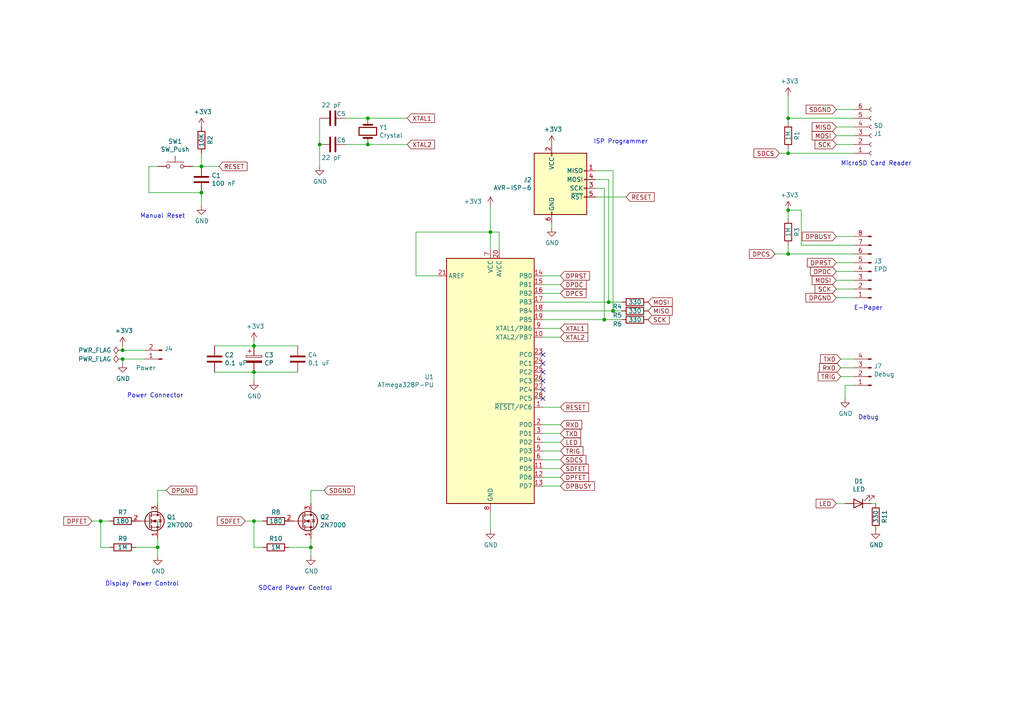
<source format=kicad_sch>
(kicad_sch (version 20211123) (generator eeschema)
  (paper "A4")
  (title_block (title "EInkPicFrame") (date "2021-12-08") (rev "1.0") (comment 1 "Haju Schulz"))
  (lib_symbols
    (symbol "Connector:AVR-ISP-6" (pin_names (offset 1.016))
      (property "Reference" "J" (at -6.35 11.43 0))
      (property "Value" "AVR-ISP-6" (at 0 11.43 0))
      (symbol "AVR-ISP-6_0_1"
        (rectangle (start -2.667 -6.858) (end -2.413 -7.62))
        (rectangle (start -2.667 10.16) (end -2.413 9.398))
        (rectangle (start 7.62 -2.413) (end 6.858 -2.667))
        (rectangle (start 7.62 0.127) (end 6.858 -0.127))
        (rectangle (start 7.62 2.667) (end 6.858 2.413))
        (rectangle (start 7.62 5.207) (end 6.858 4.953))
        (rectangle (start 7.62 10.16) (end -7.62 -7.62) (stroke (width 0.254)) (fill (type background)))
      )
      (symbol "AVR-ISP-6_1_1"
        (pin passive line (at 10.16 5.08 180) (length 2.54) (name "MISO") (number "1"))
        (pin passive line (at -2.54 12.7 270) (length 2.54) (name "VCC") (number "2"))
        (pin passive line (at 10.16 0 180) (length 2.54) (name "SCK") (number "3"))
        (pin passive line (at 10.16 2.54 180) (length 2.54) (name "MOSI") (number "4"))
        (pin passive line (at 10.16 -2.54 180) (length 2.54) (name "~{RST}") (number "5"))
        (pin passive line (at -2.54 -10.16 90) (length 2.54) (name "GND") (number "6"))
      )
    )
    (symbol "Connector:Conn_01x02_Male" (pin_names (offset 1.016) hide)
      (property "Reference" "J" (at 0 2.54 0))
      (property "Value" "Conn_01x02_Male" (at 0 -5.08 0))
      (symbol "Conn_01x02_Male_1_1"
        (polyline (pts (xy 1.27 -2.54) (xy 0.8636 -2.54)) (stroke (width 0.1524)))
        (polyline (pts (xy 1.27 0) (xy 0.8636 0)) (stroke (width 0.1524)))
        (rectangle (start 0.8636 -2.413) (end 0 -2.667) (stroke (width 0.1524)) (fill (type outline)))
        (rectangle (start 0.8636 0.127) (end 0 -0.127) (stroke (width 0.1524)) (fill (type outline)))
        (pin passive line (at 5.08 0 180) (length 3.81) (name "Pin_1") (number "1"))
        (pin passive line (at 5.08 -2.54 180) (length 3.81) (name "Pin_2") (number "2"))
      )
    )
    (symbol "Connector:Conn_01x04_Male" (pin_names (offset 1.016) hide)
      (property "Reference" "J" (at 0 5.08 0))
      (property "Value" "Conn_01x04_Male" (at 0 -7.62 0))
      (symbol "Conn_01x04_Male_1_1"
        (polyline (pts (xy 1.27 -5.08) (xy 0.8636 -5.08)) (stroke (width 0.1524)))
        (polyline (pts (xy 1.27 -2.54) (xy 0.8636 -2.54)) (stroke (width 0.1524)))
        (polyline (pts (xy 1.27 0) (xy 0.8636 0)) (stroke (width 0.1524)))
        (polyline (pts (xy 1.27 2.54) (xy 0.8636 2.54)) (stroke (width 0.1524)))
        (rectangle (start 0.8636 -4.953) (end 0 -5.207) (stroke (width 0.1524)) (fill (type outline)))
        (rectangle (start 0.8636 -2.413) (end 0 -2.667) (stroke (width 0.1524)) (fill (type outline)))
        (rectangle (start 0.8636 0.127) (end 0 -0.127) (stroke (width 0.1524)) (fill (type outline)))
        (rectangle (start 0.8636 2.667) (end 0 2.413) (stroke (width 0.1524)) (fill (type outline)))
        (pin passive line (at 5.08 2.54 180) (length 3.81) (name "Pin_1") (number "1"))
        (pin passive line (at 5.08 0 180) (length 3.81) (name "Pin_2") (number "2"))
        (pin passive line (at 5.08 -2.54 180) (length 3.81) (name "Pin_3") (number "3"))
        (pin passive line (at 5.08 -5.08 180) (length 3.81) (name "Pin_4") (number "4"))
      )
    )
    (symbol "Connector:Conn_01x06_Female" (pin_names (offset 1.016) hide)
      (property "Reference" "J" (at 0 7.62 0))
      (property "Value" "Conn_01x06_Female" (at 0 -10.16 0))
      (symbol "Conn_01x06_Female_1_1"
        (arc (start 0 -7.112) (mid -0.508 -7.62) (end 0 -8.128) (stroke (width 0.1524)))
        (arc (start 0 -4.572) (mid -0.508 -5.08) (end 0 -5.588) (stroke (width 0.1524)))
        (arc (start 0 -2.032) (mid -0.508 -2.54) (end 0 -3.048) (stroke (width 0.1524)))
        (polyline (pts (xy -1.27 -7.62) (xy -0.508 -7.62)) (stroke (width 0.1524)))
        (polyline (pts (xy -1.27 -5.08) (xy -0.508 -5.08)) (stroke (width 0.1524)))
        (polyline (pts (xy -1.27 -2.54) (xy -0.508 -2.54)) (stroke (width 0.1524)))
        (polyline (pts (xy -1.27 0) (xy -0.508 0)) (stroke (width 0.1524)))
        (polyline (pts (xy -1.27 2.54) (xy -0.508 2.54)) (stroke (width 0.1524)))
        (polyline (pts (xy -1.27 5.08) (xy -0.508 5.08)) (stroke (width 0.1524)))
        (arc (start 0 0.508) (mid -0.508 0) (end 0 -0.508) (stroke (width 0.1524)))
        (arc (start 0 3.048) (mid -0.508 2.54) (end 0 2.032) (stroke (width 0.1524)))
        (arc (start 0 5.588) (mid -0.508 5.08) (end 0 4.572) (stroke (width 0.1524)))
        (pin passive line (at -5.08 5.08 0) (length 3.81) (name "Pin_1") (number "1"))
        (pin passive line (at -5.08 2.54 0) (length 3.81) (name "Pin_2") (number "2"))
        (pin passive line (at -5.08 0 0) (length 3.81) (name "Pin_3") (number "3"))
        (pin passive line (at -5.08 -2.54 0) (length 3.81) (name "Pin_4") (number "4"))
        (pin passive line (at -5.08 -5.08 0) (length 3.81) (name "Pin_5") (number "5"))
        (pin passive line (at -5.08 -7.62 0) (length 3.81) (name "Pin_6") (number "6"))
      )
    )
    (symbol "Connector:Conn_01x08_Male" (pin_names (offset 1.016) hide)
      (property "Reference" "J" (at 0 10.16 0))
      (property "Value" "Conn_01x08_Male" (at 0 -12.7 0))
      (symbol "Conn_01x08_Male_1_1"
        (polyline (pts (xy 1.27 -10.16) (xy 0.8636 -10.16)) (stroke (width 0.1524)))
        (polyline (pts (xy 1.27 -7.62) (xy 0.8636 -7.62)) (stroke (width 0.1524)))
        (polyline (pts (xy 1.27 -5.08) (xy 0.8636 -5.08)) (stroke (width 0.1524)))
        (polyline (pts (xy 1.27 -2.54) (xy 0.8636 -2.54)) (stroke (width 0.1524)))
        (polyline (pts (xy 1.27 0) (xy 0.8636 0)) (stroke (width 0.1524)))
        (polyline (pts (xy 1.27 2.54) (xy 0.8636 2.54)) (stroke (width 0.1524)))
        (polyline (pts (xy 1.27 5.08) (xy 0.8636 5.08)) (stroke (width 0.1524)))
        (polyline (pts (xy 1.27 7.62) (xy 0.8636 7.62)) (stroke (width 0.1524)))
        (rectangle (start 0.8636 -10.033) (end 0 -10.287) (stroke (width 0.1524)) (fill (type outline)))
        (rectangle (start 0.8636 -7.493) (end 0 -7.747) (stroke (width 0.1524)) (fill (type outline)))
        (rectangle (start 0.8636 -4.953) (end 0 -5.207) (stroke (width 0.1524)) (fill (type outline)))
        (rectangle (start 0.8636 -2.413) (end 0 -2.667) (stroke (width 0.1524)) (fill (type outline)))
        (rectangle (start 0.8636 0.127) (end 0 -0.127) (stroke (width 0.1524)) (fill (type outline)))
        (rectangle (start 0.8636 2.667) (end 0 2.413) (stroke (width 0.1524)) (fill (type outline)))
        (rectangle (start 0.8636 5.207) (end 0 4.953) (stroke (width 0.1524)) (fill (type outline)))
        (rectangle (start 0.8636 7.747) (end 0 7.493) (stroke (width 0.1524)) (fill (type outline)))
        (pin passive line (at 5.08 7.62 180) (length 3.81) (name "Pin_1") (number "1"))
        (pin passive line (at 5.08 5.08 180) (length 3.81) (name "Pin_2") (number "2"))
        (pin passive line (at 5.08 2.54 180) (length 3.81) (name "Pin_3") (number "3"))
        (pin passive line (at 5.08 0 180) (length 3.81) (name "Pin_4") (number "4"))
        (pin passive line (at 5.08 -2.54 180) (length 3.81) (name "Pin_5") (number "5"))
        (pin passive line (at 5.08 -5.08 180) (length 3.81) (name "Pin_6") (number "6"))
        (pin passive line (at 5.08 -7.62 180) (length 3.81) (name "Pin_7") (number "7"))
        (pin passive line (at 5.08 -10.16 180) (length 3.81) (name "Pin_8") (number "8"))
      )
    )
    (symbol "Device:C" (pin_numbers hide) (pin_names (offset 0.254))
      (property "Reference" "C" (at 0.635 2.54 0))
      (property "Value" "C" (at 0.635 -2.54 0))
      (symbol "C_0_1"
        (polyline (pts (xy -2.032 -0.762) (xy 2.032 -0.762)) (stroke (width 0.508)))
        (polyline (pts (xy -2.032 0.762) (xy 2.032 0.762)) (stroke (width 0.508)))
      )
      (symbol "C_1_1"
        (pin passive line (at 0 3.81 270) (length 2.794) (name "~") (number "1"))
        (pin passive line (at 0 -3.81 90) (length 2.794) (name "~") (number "2"))
      )
    )
    (symbol "Device:CP" (pin_numbers hide) (pin_names (offset 0.254))
      (property "Reference" "C" (at 0.635 2.54 0))
      (property "Value" "Device_CP" (at 0.635 -2.54 0))
      (symbol "CP_0_1"
        (rectangle (start -2.286 0.508) (end 2.286 1.016))
        (polyline (pts (xy -1.778 2.286) (xy -0.762 2.286)))
        (polyline (pts (xy -1.27 2.794) (xy -1.27 1.778)))
        (rectangle (start 2.286 -0.508) (end -2.286 -1.016) (fill (type outline)))
      )
      (symbol "CP_1_1"
        (pin passive line (at 0 3.81 270) (length 2.794) (name "~") (number "1"))
        (pin passive line (at 0 -3.81 90) (length 2.794) (name "~") (number "2"))
      )
    )
    (symbol "Device:Crystal" (pin_numbers hide) (pin_names (offset 1.016) hide)
      (property "Reference" "Y" (at 0 3.81 0))
      (property "Value" "Crystal" (at 0 -3.81 0))
      (symbol "Crystal_0_1"
        (rectangle (start -1.143 2.54) (end 1.143 -2.54) (stroke (width 0.3048)))
        (polyline (pts (xy -2.54 0) (xy -1.905 0)))
        (polyline (pts (xy -1.905 -1.27) (xy -1.905 1.27)) (stroke (width 0.508)))
        (polyline (pts (xy 1.905 -1.27) (xy 1.905 1.27)) (stroke (width 0.508)))
        (polyline (pts (xy 2.54 0) (xy 1.905 0)))
      )
      (symbol "Crystal_1_1"
        (pin passive line (at -3.81 0 0) (length 1.27) (name "1") (number "1"))
        (pin passive line (at 3.81 0 180) (length 1.27) (name "2") (number "2"))
      )
    )
    (symbol "Device:LED" (pin_numbers hide) (pin_names (offset 1.016) hide)
      (property "Reference" "D" (at 0 2.54 0))
      (property "Value" "LED" (at 0 -2.54 0))
      (symbol "LED_0_1"
        (polyline (pts (xy -1.27 -1.27) (xy -1.27 1.27)) (stroke (width 0.254)))
        (polyline (pts (xy -1.27 0) (xy 1.27 0)))
        (polyline (pts (xy 1.27 -1.27) (xy 1.27 1.27) (xy -1.27 0) (xy 1.27 -1.27)) (stroke (width 0.254)))
        (polyline (pts (xy -3.048 -0.762) (xy -4.572 -2.286) (xy -3.81 -2.286) (xy -4.572 -2.286) (xy -4.572 -1.524)))
        (polyline (pts (xy -1.778 -0.762) (xy -3.302 -2.286) (xy -2.54 -2.286) (xy -3.302 -2.286) (xy -3.302 -1.524)))
      )
      (symbol "LED_1_1"
        (pin passive line (at -3.81 0 0) (length 2.54) (name "K") (number "1"))
        (pin passive line (at 3.81 0 180) (length 2.54) (name "A") (number "2"))
      )
    )
    (symbol "Device:R" (pin_numbers hide) (pin_names (offset 0))
      (property "Reference" "R" (at 2.032 0 90))
      (property "Value" "R" (at 0 0 90))
      (symbol "R_0_1"
        (rectangle (start -1.016 -2.54) (end 1.016 2.54) (stroke (width 0.254)))
      )
      (symbol "R_1_1"
        (pin passive line (at 0 3.81 270) (length 1.27) (name "~") (number "1"))
        (pin passive line (at 0 -3.81 90) (length 1.27) (name "~") (number "2"))
      )
    )
    (symbol "MCU_Microchip_ATmega:ATmega328P-PU"
      (property "Reference" "U" (at -12.7 36.83 0))
      (property "Value" "MCU_Microchip_ATmega_ATmega328P-PU" (at 2.54 -36.83 0))
      (symbol "ATmega328P-PU_0_1"
        (rectangle (start -12.7 -35.56) (end 12.7 35.56) (stroke (width 0.254)) (fill (type background)))
      )
      (symbol "ATmega328P-PU_1_1"
        (pin bidirectional line (at 15.24 -7.62 180) (length 2.54) (name "~{RESET}/PC6") (number "1"))
        (pin bidirectional line (at 15.24 12.7 180) (length 2.54) (name "XTAL2/PB7") (number "10"))
        (pin bidirectional line (at 15.24 -25.4 180) (length 2.54) (name "PD5") (number "11"))
        (pin bidirectional line (at 15.24 -27.94 180) (length 2.54) (name "PD6") (number "12"))
        (pin bidirectional line (at 15.24 -30.48 180) (length 2.54) (name "PD7") (number "13"))
        (pin bidirectional line (at 15.24 30.48 180) (length 2.54) (name "PB0") (number "14"))
        (pin bidirectional line (at 15.24 27.94 180) (length 2.54) (name "PB1") (number "15"))
        (pin bidirectional line (at 15.24 25.4 180) (length 2.54) (name "PB2") (number "16"))
        (pin bidirectional line (at 15.24 22.86 180) (length 2.54) (name "PB3") (number "17"))
        (pin bidirectional line (at 15.24 20.32 180) (length 2.54) (name "PB4") (number "18"))
        (pin bidirectional line (at 15.24 17.78 180) (length 2.54) (name "PB5") (number "19"))
        (pin bidirectional line (at 15.24 -12.7 180) (length 2.54) (name "PD0") (number "2"))
        (pin power_in line (at 2.54 38.1 270) (length 2.54) (name "AVCC") (number "20"))
        (pin passive line (at -15.24 30.48 0) (length 2.54) (name "AREF") (number "21"))
        (pin passive line (at 0 -38.1 90) (length 2.54) hide (name "GND") (number "22"))
        (pin bidirectional line (at 15.24 7.62 180) (length 2.54) (name "PC0") (number "23"))
        (pin bidirectional line (at 15.24 5.08 180) (length 2.54) (name "PC1") (number "24"))
        (pin bidirectional line (at 15.24 2.54 180) (length 2.54) (name "PC2") (number "25"))
        (pin bidirectional line (at 15.24 0 180) (length 2.54) (name "PC3") (number "26"))
        (pin bidirectional line (at 15.24 -2.54 180) (length 2.54) (name "PC4") (number "27"))
        (pin bidirectional line (at 15.24 -5.08 180) (length 2.54) (name "PC5") (number "28"))
        (pin bidirectional line (at 15.24 -15.24 180) (length 2.54) (name "PD1") (number "3"))
        (pin bidirectional line (at 15.24 -17.78 180) (length 2.54) (name "PD2") (number "4"))
        (pin bidirectional line (at 15.24 -20.32 180) (length 2.54) (name "PD3") (number "5"))
        (pin bidirectional line (at 15.24 -22.86 180) (length 2.54) (name "PD4") (number "6"))
        (pin power_in line (at 0 38.1 270) (length 2.54) (name "VCC") (number "7"))
        (pin power_in line (at 0 -38.1 90) (length 2.54) (name "GND") (number "8"))
        (pin bidirectional line (at 15.24 15.24 180) (length 2.54) (name "XTAL1/PB6") (number "9"))
      )
    )
    (symbol "Switch:SW_Push" (pin_numbers hide) (pin_names (offset 1.016) hide)
      (property "Reference" "SW" (at 1.27 2.54 0))
      (property "Value" "SW_Push" (at 0 -1.524 0))
      (symbol "SW_Push_0_1"
        (circle (center -2.032 0) (radius 0.508))
        (polyline (pts (xy 0 1.27) (xy 0 3.048)))
        (polyline (pts (xy 2.54 1.27) (xy -2.54 1.27)))
        (circle (center 2.032 0) (radius 0.508))
        (pin passive line (at -5.08 0 0) (length 2.54) (name "1") (number "1"))
        (pin passive line (at 5.08 0 180) (length 2.54) (name "2") (number "2"))
      )
    )
    (symbol "Transistor_FET:2N7000" (pin_names hide)
      (property "Reference" "Q" (at 5.08 1.905 0))
      (property "Value" "2N7000" (at 5.08 0 0))
      (symbol "2N7000_0_1"
        (polyline (pts (xy 0.254 0) (xy -2.54 0)))
        (polyline (pts (xy 0.254 1.905) (xy 0.254 -1.905)) (stroke (width 0.254)))
        (polyline (pts (xy 0.762 -1.27) (xy 0.762 -2.286)) (stroke (width 0.254)))
        (polyline (pts (xy 0.762 0.508) (xy 0.762 -0.508)) (stroke (width 0.254)))
        (polyline (pts (xy 0.762 2.286) (xy 0.762 1.27)) (stroke (width 0.254)))
        (polyline (pts (xy 2.54 2.54) (xy 2.54 1.778)))
        (polyline (pts (xy 2.54 -2.54) (xy 2.54 0) (xy 0.762 0)))
        (polyline (pts (xy 0.762 -1.778) (xy 3.302 -1.778) (xy 3.302 1.778) (xy 0.762 1.778)))
        (polyline (pts (xy 1.016 0) (xy 2.032 0.381) (xy 2.032 -0.381) (xy 1.016 0)) (fill (type outline)))
        (polyline (pts (xy 2.794 0.508) (xy 2.921 0.381) (xy 3.683 0.381) (xy 3.81 0.254)))
        (polyline (pts (xy 3.302 0.381) (xy 2.921 -0.254) (xy 3.683 -0.254) (xy 3.302 0.381)))
        (circle (center 1.651 0) (radius 2.794) (stroke (width 0.254)))
        (circle (center 2.54 -1.778) (radius 0.254) (fill (type outline)))
        (circle (center 2.54 1.778) (radius 0.254) (fill (type outline)))
      )
      (symbol "2N7000_1_1"
        (pin passive line (at 2.54 -5.08 90) (length 2.54) (name "S") (number "1"))
        (pin input line (at -5.08 0 0) (length 2.54) (name "G") (number "2"))
        (pin passive line (at 2.54 5.08 270) (length 2.54) (name "D") (number "3"))
      )
    )
    (symbol "power:+3.3V" (power) (pin_names (offset 0))
      (property "Value" "+3.3V" (at 0 3.556 0))
      (symbol "+3.3V_0_1"
        (polyline (pts (xy -0.762 1.27) (xy 0 2.54)))
        (polyline (pts (xy 0 0) (xy 0 2.54)))
        (polyline (pts (xy 0 2.54) (xy 0.762 1.27)))
      )
      (symbol "+3.3V_1_1"
        (pin power_in line (at 0 0 90) (length 0) hide (name "+3V3") (number "1"))
      )
    )
    (symbol "power:GND" (power) (pin_names (offset 0))
      (property "Value" "GND" (at 0 -3.81 0))
      (symbol "GND_0_1"
        (polyline (pts (xy 0 0) (xy 0 -1.27) (xy 1.27 -1.27) (xy 0 -2.54) (xy -1.27 -1.27) (xy 0 -1.27)))
      )
      (symbol "GND_1_1"
        (pin power_in line (at 0 0 270) (length 0) hide (name "GND") (number "1"))
      )
    )
    (symbol "power:PWR_FLAG" (power) (pin_numbers hide) (pin_names (offset 0) hide)
      (property "Value" "PWR_FLAG" (at 0 3.81 0))
      (symbol "PWR_FLAG_0_0"
        (pin power_out line (at 0 0 90) (length 0) (name "pwr") (number "1"))
      )
      (symbol "PWR_FLAG_0_1"
        (polyline (pts (xy 0 0) (xy 0 1.27) (xy -1.016 1.905) (xy 0 2.54) (xy 1.016 1.905) (xy 0 1.27)))
      )
    )
  )
  (junction (at 228.6 34.29))
  (junction (at 29.21 151.13))
  (junction (at 92.71 41.91))
  (junction (at 175.26 92.71))
  (junction (at 228.6 73.66))
  (junction (at 45.72 158.75))
  (junction (at 35.56 104.14))
  (junction (at 58.42 55.88))
  (junction (at 228.6 44.45))
  (junction (at 176.53 87.63))
  (junction (at 35.56 101.6))
  (junction (at 142.24 67.31))
  (junction (at 90.17 158.75))
  (junction (at 73.66 107.95))
  (junction (at 177.8 90.17))
  (junction (at 73.66 151.13))
  (junction (at 58.42 48.26))
  (junction (at 228.6 60.96))
  (junction (at 106.68 41.91))
  (junction (at 106.68 34.29))
  (junction (at 73.66 100.33))
  (no_connect (at 157.48 102.87))
  (no_connect (at 157.48 107.95))
  (no_connect (at 157.48 115.57))
  (no_connect (at 157.48 113.03))
  (no_connect (at 157.48 110.49))
  (no_connect (at 157.48 105.41))
  (wire (pts (xy 35.56 100.33) (xy 35.56 101.6)))
  (wire (pts (xy 176.53 52.07) (xy 176.53 87.63)))
  (wire (pts (xy 157.48 123.19) (xy 162.56 123.19)))
  (wire (pts (xy 45.72 158.75) (xy 45.72 161.29)))
  (wire (pts (xy 177.8 90.17) (xy 180.34 90.17)))
  (wire (pts (xy 228.6 34.29) (xy 247.65 34.29)))
  (wire (pts (xy 76.2 158.75) (xy 73.66 158.75)))
  (wire (pts (xy 232.41 71.12) (xy 232.41 60.96)))
  (wire (pts (xy 162.56 85.09) (xy 157.48 85.09)))
  (wire (pts (xy 29.21 151.13) (xy 31.75 151.13)))
  (wire (pts (xy 73.66 100.33) (xy 86.36 100.33)))
  (wire (pts (xy 157.48 128.27) (xy 162.56 128.27)))
  (wire (pts (xy 242.57 41.91) (xy 247.65 41.91)))
  (wire (pts (xy 172.72 49.53) (xy 177.8 49.53)))
  (wire (pts (xy 55.88 48.26) (xy 58.42 48.26)))
  (wire (pts (xy 71.12 151.13) (xy 73.66 151.13)))
  (wire (pts (xy 242.57 86.36) (xy 247.65 86.36)))
  (wire (pts (xy 243.84 104.14) (xy 247.65 104.14)))
  (wire (pts (xy 160.02 66.04) (xy 160.02 64.77)))
  (wire (pts (xy 157.48 125.73) (xy 162.56 125.73)))
  (wire (pts (xy 73.66 99.06) (xy 73.66 100.33)))
  (wire (pts (xy 92.71 34.29) (xy 92.71 41.91)))
  (wire (pts (xy 39.37 158.75) (xy 45.72 158.75)))
  (wire (pts (xy 245.11 115.57) (xy 245.11 111.76)))
  (wire (pts (xy 100.33 34.29) (xy 106.68 34.29)))
  (wire (pts (xy 82.55 151.13) (xy 83.82 151.13)))
  (wire (pts (xy 73.66 110.49) (xy 73.66 107.95)))
  (wire (pts (xy 90.17 158.75) (xy 90.17 161.29)))
  (wire (pts (xy 142.24 153.67) (xy 142.24 148.59)))
  (wire (pts (xy 35.56 105.41) (xy 35.56 104.14)))
  (wire (pts (xy 228.6 71.12) (xy 228.6 73.66)))
  (wire (pts (xy 252.73 146.05) (xy 254 146.05)))
  (wire (pts (xy 62.23 100.33) (xy 73.66 100.33)))
  (wire (pts (xy 177.8 49.53) (xy 177.8 90.17)))
  (wire (pts (xy 228.6 35.56) (xy 228.6 34.29)))
  (wire (pts (xy 157.48 95.25) (xy 162.56 95.25)))
  (wire (pts (xy 43.18 55.88) (xy 58.42 55.88)))
  (wire (pts (xy 176.53 87.63) (xy 180.34 87.63)))
  (wire (pts (xy 106.68 41.91) (xy 118.11 41.91)))
  (wire (pts (xy 43.18 48.26) (xy 45.72 48.26)))
  (wire (pts (xy 100.33 41.91) (xy 106.68 41.91)))
  (wire (pts (xy 144.78 67.31) (xy 142.24 67.31)))
  (wire (pts (xy 127 80.01) (xy 120.65 80.01)))
  (wire (pts (xy 157.48 138.43) (xy 162.56 138.43)))
  (wire (pts (xy 35.56 101.6) (xy 41.91 101.6)))
  (wire (pts (xy 228.6 27.94) (xy 228.6 34.29)))
  (wire (pts (xy 172.72 57.15) (xy 181.61 57.15)))
  (wire (pts (xy 157.48 97.79) (xy 162.56 97.79)))
  (wire (pts (xy 242.57 39.37) (xy 247.65 39.37)))
  (wire (pts (xy 142.24 72.39) (xy 142.24 67.31)))
  (wire (pts (xy 243.84 106.68) (xy 247.65 106.68)))
  (wire (pts (xy 106.68 40.64) (xy 106.68 41.91)))
  (wire (pts (xy 31.75 158.75) (xy 29.21 158.75)))
  (wire (pts (xy 106.68 34.29) (xy 118.11 34.29)))
  (wire (pts (xy 243.84 109.22) (xy 247.65 109.22)))
  (wire (pts (xy 162.56 82.55) (xy 157.48 82.55)))
  (wire (pts (xy 162.56 80.01) (xy 157.48 80.01)))
  (wire (pts (xy 172.72 54.61) (xy 175.26 54.61)))
  (wire (pts (xy 38.1 151.13) (xy 39.37 151.13)))
  (wire (pts (xy 45.72 156.21) (xy 45.72 158.75)))
  (wire (pts (xy 58.42 55.88) (xy 58.42 59.69)))
  (wire (pts (xy 242.57 83.82) (xy 247.65 83.82)))
  (wire (pts (xy 172.72 52.07) (xy 176.53 52.07)))
  (wire (pts (xy 83.82 158.75) (xy 90.17 158.75)))
  (wire (pts (xy 73.66 158.75) (xy 73.66 151.13)))
  (wire (pts (xy 144.78 67.31) (xy 144.78 72.39)))
  (wire (pts (xy 228.6 44.45) (xy 247.65 44.45)))
  (wire (pts (xy 142.24 67.31) (xy 142.24 59.69)))
  (wire (pts (xy 175.26 54.61) (xy 175.26 92.71)))
  (wire (pts (xy 90.17 146.05) (xy 90.17 142.24)))
  (wire (pts (xy 242.57 36.83) (xy 247.65 36.83)))
  (wire (pts (xy 120.65 80.01) (xy 120.65 67.31)))
  (wire (pts (xy 226.06 44.45) (xy 228.6 44.45)))
  (wire (pts (xy 90.17 158.75) (xy 90.17 156.21)))
  (wire (pts (xy 26.67 151.13) (xy 29.21 151.13)))
  (wire (pts (xy 245.11 111.76) (xy 247.65 111.76)))
  (wire (pts (xy 232.41 60.96) (xy 228.6 60.96)))
  (wire (pts (xy 35.56 104.14) (xy 41.91 104.14)))
  (wire (pts (xy 45.72 146.05) (xy 45.72 142.24)))
  (wire (pts (xy 175.26 92.71) (xy 180.34 92.71)))
  (wire (pts (xy 45.72 142.24) (xy 48.26 142.24)))
  (wire (pts (xy 162.56 140.97) (xy 157.48 140.97)))
  (wire (pts (xy 43.18 48.26) (xy 43.18 55.88)))
  (wire (pts (xy 157.48 87.63) (xy 176.53 87.63)))
  (wire (pts (xy 228.6 43.18) (xy 228.6 44.45)))
  (wire (pts (xy 157.48 118.11) (xy 162.56 118.11)))
  (wire (pts (xy 242.57 78.74) (xy 247.65 78.74)))
  (wire (pts (xy 120.65 67.31) (xy 142.24 67.31)))
  (wire (pts (xy 228.6 63.5) (xy 228.6 60.96)))
  (wire (pts (xy 73.66 107.95) (xy 86.36 107.95)))
  (wire (pts (xy 157.48 92.71) (xy 175.26 92.71)))
  (wire (pts (xy 58.42 48.26) (xy 58.42 44.45)))
  (wire (pts (xy 242.57 76.2) (xy 247.65 76.2)))
  (wire (pts (xy 62.23 107.95) (xy 73.66 107.95)))
  (wire (pts (xy 73.66 151.13) (xy 76.2 151.13)))
  (wire (pts (xy 242.57 31.75) (xy 247.65 31.75)))
  (wire (pts (xy 29.21 158.75) (xy 29.21 151.13)))
  (wire (pts (xy 242.57 68.58) (xy 247.65 68.58)))
  (wire (pts (xy 157.48 135.89) (xy 162.56 135.89)))
  (wire (pts (xy 157.48 130.81) (xy 162.56 130.81)))
  (wire (pts (xy 232.41 71.12) (xy 247.65 71.12)))
  (wire (pts (xy 157.48 133.35) (xy 162.56 133.35)))
  (wire (pts (xy 157.48 90.17) (xy 177.8 90.17)))
  (wire (pts (xy 242.57 81.28) (xy 247.65 81.28)))
  (wire (pts (xy 224.79 73.66) (xy 228.6 73.66)))
  (wire (pts (xy 92.71 48.26) (xy 92.71 41.91)))
  (wire (pts (xy 58.42 48.26) (xy 63.5 48.26)))
  (wire (pts (xy 90.17 142.24) (xy 93.98 142.24)))
  (wire (pts (xy 228.6 73.66) (xy 247.65 73.66)))
  (wire (pts (xy 242.57 146.05) (xy 245.11 146.05)))
  (text "MicroSD Card Reader" (at 243.84 48.26 0) (effects (font (size 1.27 1.27)) (justify left bottom)))
  (text "SDCard Power Control" (at 74.93 171.45 0) (effects (font (size 1.27 1.27)) (justify left bottom)))
  (text "E-Paper" (at 247.65 90.17 0) (effects (font (size 1.27 1.27)) (justify left bottom)))
  (text "Debug" (at 248.92 121.92 0) (effects (font (size 1.27 1.27)) (justify left bottom)))
  (text "Manual Reset" (at 40.64 63.5 0) (effects (font (size 1.27 1.27)) (justify left bottom)))
  (text "ISP Programmer" (at 187.96 41.91 180) (effects (font (size 1.27 1.27)) (justify right bottom)))
  (text "Display Power Control" (at 30.48 170.18 0) (effects (font (size 1.27 1.27)) (justify left bottom)))
  (text "Power Connector\n" (at 36.83 115.57 0) (effects (font (size 1.27 1.27)) (justify left bottom)))
  (global_label "MOSI" (shape input) (at 242.57 39.37 180) (property "Intersheet References" "${INTERSHEET_REFS}" (effects hide)))
  (global_label "MISO" (shape input) (at 187.96 90.17 0) (property "Intersheet References" "${INTERSHEET_REFS}" (effects hide)))
  (global_label "TXD" (shape input) (at 243.84 104.14 180) (property "Intersheet References" "${INTERSHEET_REFS}" (effects hide)))
  (global_label "DPRST" (shape input) (at 242.57 76.2 180) (property "Intersheet References" "${INTERSHEET_REFS}" (effects hide)))
  (global_label "RESET" (shape input) (at 63.5 48.26 0) (property "Intersheet References" "${INTERSHEET_REFS}" (effects hide)))
  (global_label "SDCS" (shape input) (at 162.56 133.35 0) (property "Intersheet References" "${INTERSHEET_REFS}" (effects hide)))
  (global_label "RESET" (shape input) (at 162.56 118.11 0) (property "Intersheet References" "${INTERSHEET_REFS}" (effects hide)))
  (global_label "RXD" (shape input) (at 162.56 123.19 0) (property "Intersheet References" "${INTERSHEET_REFS}" (effects hide)))
  (global_label "DPRST" (shape input) (at 162.56 80.01 0) (property "Intersheet References" "${INTERSHEET_REFS}" (effects hide)))
  (global_label "DPGND" (shape input) (at 242.57 86.36 180) (property "Intersheet References" "${INTERSHEET_REFS}" (effects hide)))
  (global_label "XTAL1" (shape input) (at 162.56 95.25 0) (property "Intersheet References" "${INTERSHEET_REFS}" (effects hide)))
  (global_label "DPFET" (shape input) (at 26.67 151.13 180) (property "Intersheet References" "${INTERSHEET_REFS}" (effects hide)))
  (global_label "SDGND" (shape input) (at 242.57 31.75 180) (property "Intersheet References" "${INTERSHEET_REFS}" (effects hide)))
  (global_label "RESET" (shape input) (at 181.61 57.15 0) (property "Intersheet References" "${INTERSHEET_REFS}" (effects hide)))
  (global_label "DPFET" (shape input) (at 162.56 138.43 0) (property "Intersheet References" "${INTERSHEET_REFS}" (effects hide)))
  (global_label "XTAL2" (shape input) (at 118.11 41.91 0) (property "Intersheet References" "${INTERSHEET_REFS}" (effects hide)))
  (global_label "SCK" (shape input) (at 187.96 92.71 0) (property "Intersheet References" "${INTERSHEET_REFS}" (effects hide)))
  (global_label "MISO" (shape input) (at 242.57 36.83 180) (property "Intersheet References" "${INTERSHEET_REFS}" (effects hide)))
  (global_label "DPCS" (shape input) (at 162.56 85.09 0) (property "Intersheet References" "${INTERSHEET_REFS}" (effects hide)))
  (global_label "XTAL1" (shape input) (at 118.11 34.29 0) (property "Intersheet References" "${INTERSHEET_REFS}" (effects hide)))
  (global_label "TXD" (shape input) (at 162.56 125.73 0) (property "Intersheet References" "${INTERSHEET_REFS}" (effects hide)))
  (global_label "LED" (shape input) (at 162.56 128.27 0) (property "Intersheet References" "${INTERSHEET_REFS}" (effects hide)))
  (global_label "SCK" (shape input) (at 242.57 83.82 180) (property "Intersheet References" "${INTERSHEET_REFS}" (effects hide)))
  (global_label "DPDC" (shape input) (at 162.56 82.55 0) (property "Intersheet References" "${INTERSHEET_REFS}" (effects hide)))
  (global_label "TRIG" (shape input) (at 162.56 130.81 0) (property "Intersheet References" "${INTERSHEET_REFS}" (effects hide)))
  (global_label "SDFET" (shape input) (at 71.12 151.13 180) (property "Intersheet References" "${INTERSHEET_REFS}" (effects hide)))
  (global_label "SDCS" (shape input) (at 226.06 44.45 180) (property "Intersheet References" "${INTERSHEET_REFS}" (effects hide)))
  (global_label "RXD" (shape input) (at 243.84 106.68 180) (property "Intersheet References" "${INTERSHEET_REFS}" (effects hide)))
  (global_label "DPDC" (shape input) (at 242.57 78.74 180) (property "Intersheet References" "${INTERSHEET_REFS}" (effects hide)))
  (global_label "XTAL2" (shape input) (at 162.56 97.79 0) (property "Intersheet References" "${INTERSHEET_REFS}" (effects hide)))
  (global_label "SCK" (shape input) (at 242.57 41.91 180) (property "Intersheet References" "${INTERSHEET_REFS}" (effects hide)))
  (global_label "DPBUSY" (shape input) (at 162.56 140.97 0) (property "Intersheet References" "${INTERSHEET_REFS}" (effects hide)))
  (global_label "MOSI" (shape input) (at 242.57 81.28 180) (property "Intersheet References" "${INTERSHEET_REFS}" (effects hide)))
  (global_label "TRIG" (shape input) (at 243.84 109.22 180) (property "Intersheet References" "${INTERSHEET_REFS}" (effects hide)))
  (global_label "SDFET" (shape input) (at 162.56 135.89 0) (property "Intersheet References" "${INTERSHEET_REFS}" (effects hide)))
  (global_label "DPBUSY" (shape input) (at 242.57 68.58 180) (property "Intersheet References" "${INTERSHEET_REFS}" (effects hide)))
  (global_label "MOSI" (shape input) (at 187.96 87.63 0) (property "Intersheet References" "${INTERSHEET_REFS}" (effects hide)))
  (global_label "DPGND" (shape input) (at 48.26 142.24 0) (property "Intersheet References" "${INTERSHEET_REFS}" (effects hide)))
  (global_label "SDGND" (shape input) (at 93.98 142.24 0) (property "Intersheet References" "${INTERSHEET_REFS}" (effects hide)))
  (global_label "DPCS" (shape input) (at 224.79 73.66 180) (property "Intersheet References" "${INTERSHEET_REFS}" (effects hide)))
  (global_label "LED" (shape input) (at 242.57 146.05 180) (property "Intersheet References" "${INTERSHEET_REFS}" (effects hide)))
  (symbol (lib_id "MCU_Microchip_ATmega:ATmega328P-PU") (at 142.24 110.49 0) (unit 1)
    (property "Reference" "U1" (at 125.8824 109.3216 0) (effects (justify right)))
    (property "Value" "ATmega328P-PU" (at 125.8824 111.633 0) (effects (justify right)))
    (property "Footprint" "Package_DIP:DIP-28_W7.62mm" (effects hide))
    (property "Datasheet" "http://ww1.microchip.com/downloads/en/DeviceDoc/ATmega328_P%20AVR%20MCU%20with%20picoPower%20Technology%20Data%20Sheet%2040001984A.pdf" (effects hide))
  )
  (symbol (lib_id "power:+3.3V") (at 142.24 59.69 0) (unit 1)
    (property "Reference" "#PWR05" (effects hide))
    (property "Value" "+3.3V" (at 137.16 58.42 0))
  )
  (symbol (lib_id "power:GND") (at 142.24 153.67 0) (unit 1)
    (property "Reference" "#PWR015" (effects hide))
    (property "Value" "GND" (at 142.367 158.0642 0))
  )
  (symbol (lib_id "Connector:Conn_01x06_Female") (at 252.73 39.37 0) (mirror x) (unit 1)
    (property "Reference" "J1" (at 253.4412 38.7604 0) (effects (justify left)))
    (property "Value" "SD" (at 253.4412 36.449 0) (effects (justify left)))
    (property "Footprint" "Connector_PinSocket_2.54mm:PinSocket_1x06_P2.54mm_Vertical" (effects hide))
  )
  (symbol (lib_id "Connector:Conn_01x08_Male") (at 252.73 78.74 180) (unit 1)
    (property "Reference" "J3" (at 253.4412 75.7428 0) (effects (justify right)))
    (property "Value" "EPD" (at 253.4412 78.0542 0) (effects (justify right)))
    (property "Footprint" "Connector_PinHeader_2.54mm:PinHeader_2x04_P2.54mm_Vertical" (effects hide))
  )
  (symbol (lib_id "Connector:AVR-ISP-6") (at 162.56 54.61 0) (unit 1)
    (property "Reference" "J2" (at 154.2034 52.1716 0) (effects (justify right)))
    (property "Value" "AVR-ISP-6" (at 154.2034 54.483 0) (effects (justify right)))
    (property "Footprint" "Connector_PinHeader_2.54mm:PinHeader_2x03_P2.54mm_Vertical" (effects hide))
    (property "Datasheet" " ~" (effects hide))
  )
  (symbol (lib_id "Switch:SW_Push") (at 50.8 48.26 0) (unit 1)
    (property "Reference" "SW1" (at 50.8 41.021 0))
    (property "Value" "SW_Push" (at 50.8 43.3324 0))
    (property "Footprint" "Button_Switch_THT:SW_PUSH_6mm" (effects hide))
  )
  (symbol (lib_id "Device:R") (at 58.42 40.64 180) (unit 1)
    (property "Reference" "R2" (at 60.96 40.64 90))
    (property "Value" "10K" (at 58.42 40.64 90))
    (property "Footprint" "Resistor_THT:R_Axial_DIN0204_L3.6mm_D1.6mm_P2.54mm_Vertical" (effects hide))
  )
  (symbol (lib_id "power:GND") (at 58.42 59.69 0) (unit 1)
    (property "Reference" "#PWR04" (effects hide))
    (property "Value" "GND" (at 58.547 64.0842 0))
  )
  (symbol (lib_id "Device:C") (at 62.23 104.14 0) (unit 1)
    (property "Reference" "C2" (at 65.151 102.9716 0) (effects (justify left)))
    (property "Value" "0.1 uF" (at 65.151 105.283 0) (effects (justify left)))
    (property "Footprint" "Capacitor_THT:C_Disc_D5.1mm_W3.2mm_P5.00mm" (effects hide))
  )
  (symbol (lib_id "power:+3.3V") (at 73.66 99.06 0) (unit 1)
    (property "Reference" "#PWR08" (effects hide))
    (property "Value" "+3.3V" (at 74.041 94.6658 0))
  )
  (symbol (lib_id "power:GND") (at 73.66 110.49 0) (unit 1)
    (property "Reference" "#PWR011" (effects hide))
    (property "Value" "GND" (at 73.787 114.8842 0))
  )
  (symbol (lib_id "Device:R") (at 228.6 67.31 180) (unit 1)
    (property "Reference" "R3" (at 231.14 67.31 90))
    (property "Value" "1M" (at 228.6 67.31 90))
    (property "Footprint" "Resistor_THT:R_Axial_DIN0204_L3.6mm_D1.6mm_P2.54mm_Vertical" (effects hide))
  )
  (symbol (lib_id "Device:R") (at 228.6 39.37 180) (unit 1)
    (property "Reference" "R1" (at 231.14 39.37 90))
    (property "Value" "1M" (at 228.6 39.37 90))
    (property "Footprint" "Resistor_THT:R_Axial_DIN0204_L3.6mm_D1.6mm_P2.54mm_Vertical" (effects hide))
  )
  (symbol (lib_id "Device:R") (at 184.15 87.63 90) (unit 1)
    (property "Reference" "R4" (at 179.07 88.9 90))
    (property "Value" "330" (at 184.15 87.63 90))
    (property "Footprint" "Resistor_THT:R_Axial_DIN0204_L3.6mm_D1.6mm_P2.54mm_Vertical" (effects hide))
  )
  (symbol (lib_id "Device:R") (at 184.15 90.17 90) (unit 1)
    (property "Reference" "R5" (at 179.07 91.44 90))
    (property "Value" "330" (at 184.15 90.17 90))
    (property "Footprint" "Resistor_THT:R_Axial_DIN0204_L3.6mm_D1.6mm_P2.54mm_Vertical" (effects hide))
  )
  (symbol (lib_id "Device:R") (at 184.15 92.71 90) (unit 1)
    (property "Reference" "R6" (at 179.07 93.98 90))
    (property "Value" "330" (at 184.15 92.71 90))
    (property "Footprint" "Resistor_THT:R_Axial_DIN0204_L3.6mm_D1.6mm_P2.54mm_Vertical" (effects hide))
  )
  (symbol (lib_id "power:+3.3V") (at 160.02 41.91 0) (unit 1)
    (property "Reference" "#PWR03" (effects hide))
    (property "Value" "+3.3V" (at 160.401 37.5158 0))
  )
  (symbol (lib_id "Transistor_FET:2N7000") (at 43.18 151.13 0) (unit 1)
    (property "Reference" "Q1" (at 48.3616 149.9616 0) (effects (justify left)))
    (property "Value" "2N7000" (at 48.3616 152.273 0) (effects (justify left)))
    (property "Footprint" "Package_TO_SOT_THT:TO-92_Inline" (effects hide))
    (property "Datasheet" "https://www.onsemi.com/pub/Collateral/NDS7002A-D.PDF" (effects hide))
  )
  (symbol (lib_id "Transistor_FET:2N7000") (at 87.63 151.13 0) (unit 1)
    (property "Reference" "Q2" (at 92.8116 149.9616 0) (effects (justify left)))
    (property "Value" "2N7000" (at 92.8116 152.273 0) (effects (justify left)))
    (property "Footprint" "Package_TO_SOT_THT:TO-92_Inline" (effects hide))
    (property "Datasheet" "https://www.onsemi.com/pub/Collateral/NDS7002A-D.PDF" (effects hide))
  )
  (symbol (lib_id "Device:R") (at 35.56 151.13 270) (unit 1)
    (property "Reference" "R7" (at 35.56 148.59 90))
    (property "Value" "180" (at 35.56 151.13 90))
    (property "Footprint" "Resistor_THT:R_Axial_DIN0204_L3.6mm_D1.6mm_P2.54mm_Vertical" (effects hide))
  )
  (symbol (lib_id "power:GND") (at 160.02 66.04 0) (unit 1)
    (property "Reference" "#PWR07" (effects hide))
    (property "Value" "GND" (at 160.147 70.4342 0))
  )
  (symbol (lib_id "Device:R") (at 80.01 151.13 270) (unit 1)
    (property "Reference" "R8" (at 80.01 148.59 90))
    (property "Value" "180" (at 80.01 151.13 90))
    (property "Footprint" "Resistor_THT:R_Axial_DIN0204_L3.6mm_D1.6mm_P2.54mm_Vertical" (effects hide))
  )
  (symbol (lib_id "power:GND") (at 45.72 161.29 0) (unit 1)
    (property "Reference" "#PWR016" (effects hide))
    (property "Value" "GND" (at 45.847 165.6842 0))
  )
  (symbol (lib_id "power:GND") (at 90.17 161.29 0) (unit 1)
    (property "Reference" "#PWR017" (effects hide))
    (property "Value" "GND" (at 90.297 165.6842 0))
  )
  (symbol (lib_id "Device:R") (at 35.56 158.75 270) (unit 1)
    (property "Reference" "R9" (at 35.56 156.21 90))
    (property "Value" "1M" (at 35.56 158.75 90))
    (property "Footprint" "Resistor_THT:R_Axial_DIN0204_L3.6mm_D1.6mm_P2.54mm_Vertical" (effects hide))
  )
  (symbol (lib_id "Device:R") (at 80.01 158.75 270) (unit 1)
    (property "Reference" "R10" (at 80.01 156.21 90))
    (property "Value" "1M" (at 80.01 158.75 90))
    (property "Footprint" "Resistor_THT:R_Axial_DIN0204_L3.6mm_D1.6mm_P2.54mm_Vertical" (effects hide))
  )
  (symbol (lib_id "Device:LED") (at 248.92 146.05 180) (unit 1)
    (property "Reference" "D1" (at 249.0978 139.573 0))
    (property "Value" "LED" (at 249.0978 141.8844 0))
    (property "Footprint" "LED_THT:LED_D4.0mm" (effects hide))
  )
  (symbol (lib_id "power:GND") (at 254 153.67 0) (unit 1)
    (property "Reference" "#PWR014" (effects hide))
    (property "Value" "GND" (at 254.127 158.0642 0))
  )
  (symbol (lib_id "power:+3.3V") (at 228.6 27.94 0) (unit 1)
    (property "Reference" "#PWR01" (effects hide))
    (property "Value" "+3.3V" (at 228.981 23.5458 0))
  )
  (symbol (lib_id "Device:Crystal") (at 106.68 38.1 270) (unit 1)
    (property "Reference" "Y1" (at 110.0074 36.9316 90) (effects (justify left)))
    (property "Value" "Crystal" (at 110.0074 39.243 90) (effects (justify left)))
    (property "Footprint" "Crystal:Crystal_C38-LF_D3.0mm_L8.0mm_Vertical" (effects hide))
  )
  (symbol (lib_id "power:+3.3V") (at 228.6 60.96 0) (unit 1)
    (property "Reference" "#PWR06" (effects hide))
    (property "Value" "+3.3V" (at 228.981 56.5658 0))
  )
  (symbol (lib_id "Device:C") (at 58.42 52.07 0) (unit 1)
    (property "Reference" "C1" (at 61.341 50.9016 0) (effects (justify left)))
    (property "Value" "100 nF" (at 61.341 53.213 0) (effects (justify left)))
    (property "Footprint" "Capacitor_THT:C_Disc_D5.1mm_W3.2mm_P5.00mm" (effects hide))
  )
  (symbol (lib_id "Device:C") (at 96.52 41.91 90) (unit 1)
    (property "Reference" "C6" (at 100.33 40.64 90) (effects (justify left)))
    (property "Value" "22 pF" (at 99.06 45.72 90) (effects (justify left)))
    (property "Footprint" "Capacitor_THT:C_Disc_D5.1mm_W3.2mm_P5.00mm" (effects hide))
  )
  (symbol (lib_id "Device:C") (at 96.52 34.29 90) (unit 1)
    (property "Reference" "C5" (at 100.33 33.02 90) (effects (justify left)))
    (property "Value" "22 pF" (at 99.06 30.48 90) (effects (justify left)))
    (property "Footprint" "Capacitor_THT:C_Disc_D5.1mm_W3.2mm_P5.00mm" (effects hide))
  )
  (symbol (lib_id "power:GND") (at 245.11 115.57 0) (unit 1)
    (property "Reference" "#PWR013" (effects hide))
    (property "Value" "GND" (at 245.237 119.9642 0))
  )
  (symbol (lib_id "Device:CP") (at 73.66 104.14 0) (unit 1)
    (property "Reference" "C3" (at 76.6572 102.9716 0) (effects (justify left)))
    (property "Value" "CP" (at 76.6572 105.283 0) (effects (justify left)))
    (property "Footprint" "Capacitor_THT:CP_Radial_D6.3mm_P2.50mm" (effects hide))
  )
  (symbol (lib_id "power:GND") (at 92.71 48.26 0) (unit 1)
    (property "Reference" "#PWR018" (effects hide))
    (property "Value" "GND" (at 92.837 52.6542 0))
  )
  (symbol (lib_id "Device:C") (at 86.36 104.14 0) (unit 1)
    (property "Reference" "C4" (at 89.281 102.9716 0) (effects (justify left)))
    (property "Value" "0.1 uF" (at 89.281 105.283 0) (effects (justify left)))
    (property "Footprint" "Capacitor_THT:C_Disc_D5.1mm_W3.2mm_P5.00mm" (effects hide))
  )
  (symbol (lib_id "power:+3.3V") (at 58.42 36.83 0) (unit 1)
    (property "Reference" "#PWR02" (effects hide))
    (property "Value" "+3.3V" (at 58.801 32.4358 0))
  )
  (symbol (lib_id "Connector:Conn_01x02_Male") (at 46.99 104.14 180) (unit 1)
    (property "Reference" "J4" (at 47.7012 101.1428 0) (effects (justify right)))
    (property "Value" "Power" (at 39.37 106.68 0) (effects (justify right)))
    (property "Footprint" "Connector_PinHeader_2.54mm:PinHeader_1x02_P2.54mm_Vertical" (effects hide))
  )
  (symbol (lib_id "power:+3.3V") (at 35.56 100.33 0) (unit 1)
    (property "Reference" "#PWR09" (effects hide))
    (property "Value" "+3.3V" (at 35.941 95.9358 0))
  )
  (symbol (lib_id "power:GND") (at 35.56 105.41 0) (unit 1)
    (property "Reference" "#PWR010" (effects hide))
    (property "Value" "GND" (at 35.687 109.8042 0))
  )
  (symbol (lib_id "Connector:Conn_01x04_Male") (at 252.73 109.22 180) (unit 1)
    (property "Reference" "J7" (at 253.4412 106.2228 0) (effects (justify right)))
    (property "Value" "Debug" (at 253.4412 108.5342 0) (effects (justify right)))
    (property "Footprint" "Connector_PinHeader_2.54mm:PinHeader_1x04_P2.54mm_Vertical" (effects hide))
  )
  (symbol (lib_id "Device:R") (at 254 149.86 180) (unit 1)
    (property "Reference" "R11" (at 256.54 149.86 90))
    (property "Value" "330" (at 254 149.86 90))
    (property "Footprint" "Resistor_THT:R_Axial_DIN0204_L3.6mm_D1.6mm_P2.54mm_Vertical" (effects hide))
  )
  (symbol (lib_id "power:PWR_FLAG") (at 35.56 101.6 90) (unit 1)
    (property "Reference" "#FLG01" (effects hide))
    (property "Value" "PWR_FLAG" (at 32.3342 101.6 90) (effects (justify left)))
  )
  (symbol (lib_id "power:PWR_FLAG") (at 35.56 104.14 90) (unit 1)
    (property "Reference" "#FLG02" (effects hide))
    (property "Value" "PWR_FLAG" (at 32.3342 104.14 90) (effects (justify left)))
  )
)
</source>
